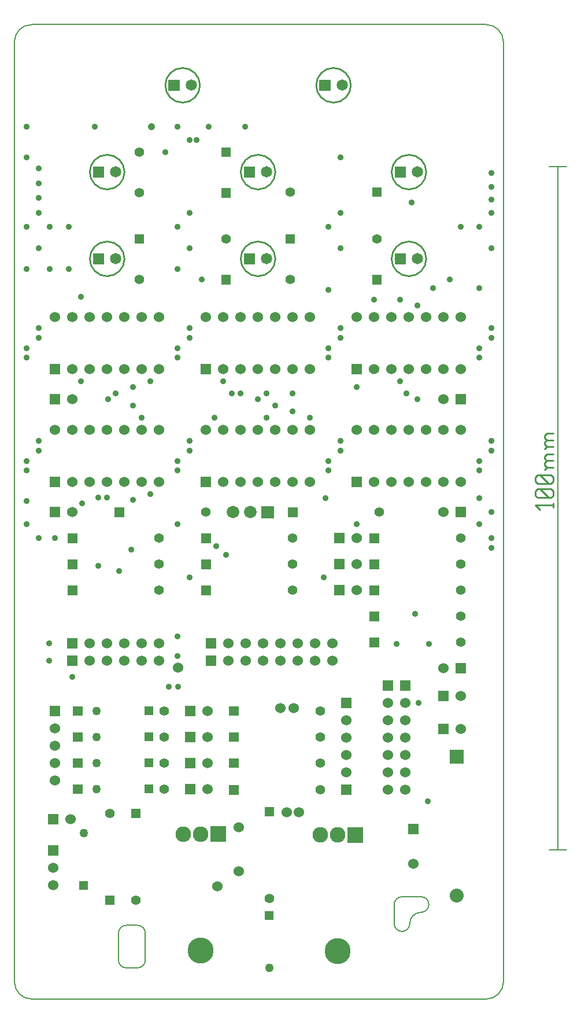
<source format=gbr>
G04 start of page 5 for group 9 idx 9 *
G04 Title: (unknown), box_meca *
G04 Creator: pcb 20091103 *
G04 CreationDate: Sun Jun 11 07:31:11 2023 UTC *
G04 For: bh *
G04 Format: Gerber/RS-274X *
G04 PCB-Dimensions: 370000 600000 *
G04 PCB-Coordinate-Origin: lower left *
%MOIN*%
%FSLAX25Y25*%
%LNGROUP9*%
%ADD11C,0.0200*%
%ADD15C,0.0100*%
%ADD17C,0.0550*%
%ADD18C,0.0650*%
%ADD19C,0.0600*%
%ADD20C,0.0720*%
%ADD21C,0.0500*%
%ADD22C,0.1500*%
%ADD23C,0.0900*%
%ADD24C,0.0800*%
%ADD25C,0.0360*%
%ADD26C,0.0410*%
%ADD27C,0.0300*%
%ADD28C,0.0430*%
%ADD29C,0.1220*%
%ADD30C,0.0280*%
%ADD31C,0.0420*%
%ADD32C,0.0380*%
%ADD33C,0.1300*%
%ADD34C,0.0350*%
%ADD35C,0.0060*%
%ADD36C,0.0102*%
G54D35*X336000Y505500D02*Y112000D01*
X331000Y505500D02*X341000D01*
X331000Y112000D02*X341000D01*
G54D15*X163000Y442500D02*G75*G02X153000Y452500I0J10000D01*G01*
G75*G02X163000Y462500I10000J0D01*G01*
X162998D02*G75*G02X173000Y452498I0J-10002D01*G01*
Y452499D02*G75*G02X163001Y442500I-9999J0D01*G01*
X250000D02*G75*G02X240000Y452500I0J10000D01*G01*
G75*G02X250000Y462500I10000J0D01*G01*
X249998D02*G75*G02X260000Y452498I0J-10002D01*G01*
Y452499D02*G75*G02X250001Y442500I-9999J0D01*G01*
X76000D02*G75*G02X66000Y452500I0J10000D01*G01*
G75*G02X76000Y462500I10000J0D01*G01*
X75998D02*G75*G02X86000Y452498I0J-10002D01*G01*
Y452499D02*G75*G02X76001Y442500I-9999J0D01*G01*
X76000Y492500D02*G75*G02X66000Y502500I0J10000D01*G01*
G75*G02X76000Y512500I10000J0D01*G01*
X75998D02*G75*G02X86000Y502498I0J-10002D01*G01*
Y502499D02*G75*G02X76001Y492500I-9999J0D01*G01*
X119500Y542500D02*G75*G02X109500Y552500I0J10000D01*G01*
G75*G02X119500Y562500I10000J0D01*G01*
X119498D02*G75*G02X129500Y552498I0J-10002D01*G01*
Y552499D02*G75*G02X119501Y542500I-9999J0D01*G01*
X250000Y492500D02*G75*G02X240000Y502500I0J10000D01*G01*
G75*G02X250000Y512500I10000J0D01*G01*
X249998D02*G75*G02X260000Y502498I0J-10002D01*G01*
Y502499D02*G75*G02X250001Y492500I-9999J0D01*G01*
X163000D02*G75*G02X153000Y502500I0J10000D01*G01*
G75*G02X163000Y512500I10000J0D01*G01*
X162998D02*G75*G02X173000Y502498I0J-10002D01*G01*
Y502499D02*G75*G02X163001Y492500I-9999J0D01*G01*
X206500Y542500D02*G75*G02X196500Y552500I0J10000D01*G01*
G75*G02X206500Y562500I10000J0D01*G01*
X206498D02*G75*G02X216500Y552498I0J-10002D01*G01*
Y552499D02*G75*G02X206501Y542500I-9999J0D01*G01*
G54D36*X333200Y311810D02*Y309270D01*
X323040Y310540D02*X333200D01*
X325580Y308000D02*X323040Y310540D01*
X331930Y314860D02*X333200Y316130D01*
X324310Y314860D02*X331930D01*
X324310D02*X323040Y316130D01*
Y318670D02*Y316130D01*
Y318670D02*X324310Y319940D01*
X331930D01*
X333200Y318670D02*X331930Y319940D01*
X333200Y318670D02*Y316130D01*
X330660Y314860D02*X325580Y319940D01*
X331930Y322991D02*X333200Y324261D01*
X324310Y322991D02*X331930D01*
X324310D02*X323040Y324261D01*
Y326801D02*Y324261D01*
Y326801D02*X324310Y328071D01*
X331930D01*
X333200Y326801D02*X331930Y328071D01*
X333200Y326801D02*Y324261D01*
X330660Y322991D02*X325580Y328071D01*
X329390Y332391D02*X333200D01*
X329390D02*X328120Y333661D01*
Y334931D02*Y333661D01*
Y334931D02*X329390Y336201D01*
X333200D01*
X329390D02*X328120Y337471D01*
Y338741D02*Y337471D01*
Y338741D02*X329390Y340011D01*
X333200D01*
X328120Y331121D02*X329390Y332391D01*
Y344332D02*X333200D01*
X329390D02*X328120Y345602D01*
Y346872D02*Y345602D01*
Y346872D02*X329390Y348142D01*
X333200D01*
X329390D02*X328120Y349412D01*
Y350682D02*Y349412D01*
Y350682D02*X329390Y351952D01*
X333200D01*
X328120Y343062D02*X329390Y344332D01*
G54D11*G36*
X228750Y493750D02*Y488250D01*
X234250D01*
Y493750D01*
X228750D01*
G37*
G54D17*X231500Y464000D03*
G54D11*G36*
X198250Y555750D02*Y549250D01*
X204750D01*
Y555750D01*
X198250D01*
G37*
G54D18*X211500Y552500D03*
G54D11*G36*
X241750Y505750D02*Y499250D01*
X248250D01*
Y505750D01*
X241750D01*
G37*
G54D18*X255000Y502500D03*
G54D11*G36*
X241750Y455750D02*Y449250D01*
X248250D01*
Y455750D01*
X241750D01*
G37*
G54D18*X255000Y452500D03*
G54D17*X181500Y491000D03*
Y440500D03*
G54D11*G36*
X178750Y466750D02*Y461250D01*
X184250D01*
Y466750D01*
X178750D01*
G37*
G36*
X141750Y516750D02*Y511250D01*
X147250D01*
Y516750D01*
X141750D01*
G37*
G54D17*X144500Y464000D03*
G54D11*G36*
X141750Y443250D02*Y437750D01*
X147250D01*
Y443250D01*
X141750D01*
G37*
G36*
Y493250D02*Y487750D01*
X147250D01*
Y493250D01*
X141750D01*
G37*
G54D17*X94500Y514000D03*
G54D11*G36*
X91750Y466750D02*Y461250D01*
X97250D01*
Y466750D01*
X91750D01*
G37*
G54D17*X94500Y440500D03*
Y490500D03*
G54D11*G36*
X111250Y555750D02*Y549250D01*
X117750D01*
Y555750D01*
X111250D01*
G37*
G54D18*X124500Y552500D03*
G54D11*G36*
X154750Y455750D02*Y449250D01*
X161250D01*
Y455750D01*
X154750D01*
G37*
G36*
Y505750D02*Y499250D01*
X161250D01*
Y505750D01*
X154750D01*
G37*
G54D18*X168000Y452500D03*
Y502500D03*
G54D11*G36*
X67750Y455750D02*Y449250D01*
X74250D01*
Y455750D01*
X67750D01*
G37*
G54D18*X81000Y452500D03*
G54D11*G36*
X67750Y505750D02*Y499250D01*
X74250D01*
Y505750D01*
X67750D01*
G37*
G54D18*X81000Y502500D03*
G54D19*X250000Y354000D03*
X240000D03*
X230000D03*
X220000D03*
X173000Y324000D03*
G54D11*G36*
X164900Y310100D02*Y302900D01*
X172100D01*
Y310100D01*
X164900D01*
G37*
G54D20*X158500Y306500D03*
X148500D03*
G54D19*X183000Y324000D03*
G54D11*G36*
X180250Y309250D02*Y303750D01*
X185750D01*
Y309250D01*
X180250D01*
G37*
G54D19*X193000Y324000D03*
Y354000D03*
X183000D03*
X173000D03*
X250000Y324000D03*
X260000D03*
X270000D03*
X280000D03*
G54D11*G36*
X217000Y327000D02*Y321000D01*
X223000D01*
Y327000D01*
X217000D01*
G37*
G54D19*X230000Y324000D03*
X240000D03*
X280000Y354000D03*
X270000D03*
X260000D03*
G54D11*G36*
X277000Y374500D02*Y368500D01*
X283000D01*
Y374500D01*
X277000D01*
G37*
G54D19*X270000Y371500D03*
G54D11*G36*
X130000Y327000D02*Y321000D01*
X136000D01*
Y327000D01*
X130000D01*
G37*
G54D19*X143000Y324000D03*
X153000D03*
X163000D03*
Y354000D03*
Y389000D03*
X173000D03*
X183000D03*
X153000Y354000D03*
Y389000D03*
X193000D03*
X240000D03*
Y419000D03*
X250000Y389000D03*
Y419000D03*
X260000Y389000D03*
Y419000D03*
X270000Y389000D03*
Y419000D03*
X280000Y389000D03*
Y419000D03*
G54D11*G36*
X228750Y443250D02*Y437750D01*
X234250D01*
Y443250D01*
X228750D01*
G37*
G36*
X217000Y392000D02*Y386000D01*
X223000D01*
Y392000D01*
X217000D01*
G37*
G54D19*X230000Y389000D03*
Y419000D03*
X220000D03*
X193000D03*
G54D11*G36*
X207000Y294500D02*Y288500D01*
X213000D01*
Y294500D01*
X207000D01*
G37*
G54D19*X220000Y291500D03*
G54D17*X233000Y306500D03*
G54D11*G36*
X227250Y279250D02*Y273750D01*
X232750D01*
Y279250D01*
X227250D01*
G37*
G54D17*X280000Y276500D03*
Y291500D03*
G54D11*G36*
X277000Y309500D02*Y303500D01*
X283000D01*
Y309500D01*
X277000D01*
G37*
G36*
X43000Y374500D02*Y368500D01*
X49000D01*
Y374500D01*
X43000D01*
G37*
G54D19*X56000Y371500D03*
G54D11*G36*
X43000Y392000D02*Y386000D01*
X49000D01*
Y392000D01*
X43000D01*
G37*
G36*
Y327000D02*Y321000D01*
X49000D01*
Y327000D01*
X43000D01*
G37*
G54D19*X46000Y354000D03*
G54D11*G36*
X43000Y309500D02*Y303500D01*
X49000D01*
Y309500D01*
X43000D01*
G37*
G54D19*X56000Y389000D03*
Y324000D03*
Y354000D03*
X66000Y389000D03*
Y324000D03*
Y354000D03*
G54D11*G36*
X53250Y264250D02*Y258750D01*
X58750D01*
Y264250D01*
X53250D01*
G37*
G36*
Y279250D02*Y273750D01*
X58750D01*
Y279250D01*
X53250D01*
G37*
G36*
Y294250D02*Y288750D01*
X58750D01*
Y294250D01*
X53250D01*
G37*
G54D19*X56000Y306500D03*
X143000Y354000D03*
Y389000D03*
Y419000D03*
X133000Y354000D03*
G54D11*G36*
X130000Y392000D02*Y386000D01*
X136000D01*
Y392000D01*
X130000D01*
G37*
G54D19*X133000Y419000D03*
X183000D03*
X173000D03*
X163000D03*
X153000D03*
X106000D03*
X86000Y354000D03*
X76000D03*
X96000Y419000D03*
X86000D03*
X76000D03*
X66000D03*
X56000D03*
X46000D03*
X76000Y389000D03*
X86000D03*
X96000D03*
X106000D03*
X76000Y324000D03*
X86000D03*
X96000D03*
X106000D03*
Y354000D03*
X96000D03*
G54D17*X106000Y261500D03*
G54D11*G36*
X130250Y264250D02*Y258750D01*
X135750D01*
Y264250D01*
X130250D01*
G37*
G54D17*X106000Y276500D03*
G54D11*G36*
X130250Y279250D02*Y273750D01*
X135750D01*
Y279250D01*
X130250D01*
G37*
G54D17*X183000Y276500D03*
X106000Y291500D03*
G54D11*G36*
X80250Y309250D02*Y303750D01*
X85750D01*
Y309250D01*
X80250D01*
G37*
G54D17*X133000Y306500D03*
G54D11*G36*
X130250Y294250D02*Y288750D01*
X135750D01*
Y294250D01*
X130250D01*
G37*
G54D17*X183000Y261500D03*
G54D11*G36*
X227250Y264250D02*Y258750D01*
X232750D01*
Y264250D01*
X227250D01*
G37*
G54D17*X280000Y261500D03*
G54D11*G36*
X207000Y264500D02*Y258500D01*
X213000D01*
Y264500D01*
X207000D01*
G37*
G54D19*X220000Y261500D03*
G54D11*G36*
X207000Y279500D02*Y273500D01*
X213000D01*
Y279500D01*
X207000D01*
G37*
G54D19*X220000Y276500D03*
G54D11*G36*
X227250Y294250D02*Y288750D01*
X232750D01*
Y294250D01*
X227250D01*
G37*
G54D17*X183000Y291500D03*
G54D19*X270000Y306500D03*
G54D11*G36*
X211000Y199500D02*Y193500D01*
X217000D01*
Y199500D01*
X211000D01*
G37*
G36*
X267000Y203500D02*Y197500D01*
X273000D01*
Y203500D01*
X267000D01*
G37*
G54D19*X280000Y200500D03*
X238000Y196500D03*
X248000D03*
X214000Y186500D03*
G54D11*G36*
X227250Y234250D02*Y228750D01*
X232750D01*
Y234250D01*
X227250D01*
G37*
G54D19*X214000Y186500D03*
G54D11*G36*
X227250Y249250D02*Y243750D01*
X232750D01*
Y249250D01*
X227250D01*
G37*
G36*
X277000Y219500D02*Y213500D01*
X283000D01*
Y219500D01*
X277000D01*
G37*
G54D19*X270000Y216500D03*
G54D17*X280000Y231500D03*
Y246500D03*
G54D11*G36*
X235000Y209500D02*Y203500D01*
X241000D01*
Y209500D01*
X235000D01*
G37*
G36*
X245000D02*Y203500D01*
X251000D01*
Y209500D01*
X245000D01*
G37*
G54D19*X206000Y221000D03*
X196000Y231000D03*
X206000D03*
X214000Y176500D03*
G54D17*X199000Y192000D03*
Y177000D03*
G54D19*X214000Y176500D03*
G54D17*X199000Y162000D03*
Y146500D03*
G54D19*X238000Y176500D03*
Y166500D03*
Y156500D03*
Y146500D03*
X214000Y166500D03*
Y156500D03*
G54D11*G36*
X211000Y149500D02*Y143500D01*
X217000D01*
Y149500D01*
X211000D01*
G37*
G54D19*X214000Y156500D03*
Y166500D03*
X248000D03*
Y156500D03*
Y146500D03*
G54D11*G36*
X166750Y136750D02*Y131250D01*
X172250D01*
Y136750D01*
X166750D01*
G37*
G54D17*X169500Y84000D03*
G54D11*G36*
X146250Y149250D02*Y143750D01*
X151750D01*
Y149250D01*
X146250D01*
G37*
G36*
X167000Y76500D02*Y71500D01*
X172000D01*
Y76500D01*
X167000D01*
G37*
G54D21*X169500Y44000D03*
G54D22*X209000Y53500D03*
G54D11*G36*
X214500Y125000D02*Y116000D01*
X223500D01*
Y125000D01*
X214500D01*
G37*
G54D23*X209000Y120500D03*
X199000D03*
G54D11*G36*
X249500Y127000D02*Y121000D01*
X255500D01*
Y127000D01*
X249500D01*
G37*
G54D19*X252500Y104000D03*
G54D24*X277500Y85500D03*
G54D19*X238000Y186500D03*
X248000D03*
Y176500D03*
G54D11*G36*
X267000Y184500D02*Y178500D01*
X273000D01*
Y184500D01*
X267000D01*
G37*
G54D19*X280000Y181500D03*
G54D11*G36*
X273500Y169500D02*Y161500D01*
X281500D01*
Y169500D01*
X273500D01*
G37*
G36*
X121000Y195000D02*Y189000D01*
X127000D01*
Y195000D01*
X121000D01*
G37*
G54D17*X109000Y192000D03*
Y177000D03*
G54D11*G36*
X121000Y180000D02*Y174000D01*
X127000D01*
Y180000D01*
X121000D01*
G37*
G54D19*X134000Y192000D03*
G54D11*G36*
X146250Y194750D02*Y189250D01*
X151750D01*
Y194750D01*
X146250D01*
G37*
G36*
Y179750D02*Y174250D01*
X151750D01*
Y179750D01*
X146250D01*
G37*
G36*
Y164750D02*Y159250D01*
X151750D01*
Y164750D01*
X146250D01*
G37*
G54D19*X134000Y162000D03*
Y177000D03*
G54D17*X109000Y147000D03*
G54D11*G36*
X121000Y150000D02*Y144000D01*
X127000D01*
Y150000D01*
X121000D01*
G37*
G54D19*X134000Y147000D03*
G54D17*X109000Y162000D03*
G54D11*G36*
X121000Y165000D02*Y159000D01*
X127000D01*
Y165000D01*
X121000D01*
G37*
G36*
X135500Y125500D02*Y116500D01*
X144500D01*
Y125500D01*
X135500D01*
G37*
G54D23*X130000Y121000D03*
X120000D03*
G54D22*X130000Y54000D03*
G54D11*G36*
X42000Y114500D02*Y108500D01*
X48000D01*
Y114500D01*
X42000D01*
G37*
G54D19*X45000Y101500D03*
Y91500D03*
G54D11*G36*
X60000Y94000D02*Y89000D01*
X65000D01*
Y94000D01*
X60000D01*
G37*
G54D21*X62500Y121500D03*
G54D11*G36*
X53000Y234000D02*Y228000D01*
X59000D01*
Y234000D01*
X53000D01*
G37*
G36*
Y224000D02*Y218000D01*
X59000D01*
Y224000D01*
X53000D01*
G37*
G54D19*X66000Y231000D03*
Y221000D03*
X76000Y231000D03*
Y221000D03*
G54D11*G36*
X74750Y85750D02*Y80250D01*
X80250D01*
Y85750D01*
X74750D01*
G37*
G54D17*X77500Y133000D03*
G54D19*X86000Y231000D03*
Y221000D03*
X96000D03*
X106000D03*
X96000Y231000D03*
X106000D03*
G54D11*G36*
X89750Y135750D02*Y130250D01*
X95250D01*
Y135750D01*
X89750D01*
G37*
G54D17*X92500Y83000D03*
G54D11*G36*
X97500Y164500D02*Y159500D01*
X102500D01*
Y164500D01*
X97500D01*
G37*
G36*
Y194500D02*Y189500D01*
X102500D01*
Y194500D01*
X97500D01*
G37*
G36*
Y179500D02*Y174500D01*
X102500D01*
Y179500D01*
X97500D01*
G37*
G36*
Y149500D02*Y144500D01*
X102500D01*
Y149500D01*
X97500D01*
G37*
G54D21*X70000Y147000D03*
G54D11*G36*
X56250Y149750D02*Y144250D01*
X61750D01*
Y149750D01*
X56250D01*
G37*
G54D21*X70000Y162000D03*
G54D11*G36*
X56250Y179750D02*Y174250D01*
X61750D01*
Y179750D01*
X56250D01*
G37*
G54D19*X46000Y182000D03*
Y172000D03*
G54D21*X70000Y177000D03*
G54D11*G36*
X56250Y164750D02*Y159250D01*
X61750D01*
Y164750D01*
X56250D01*
G37*
G54D19*X46000Y162000D03*
Y152000D03*
G54D11*G36*
X42000Y132500D02*Y126500D01*
X48000D01*
Y132500D01*
X42000D01*
G37*
G54D19*X55000Y129500D03*
G54D11*G36*
X56250Y194750D02*Y189250D01*
X61750D01*
Y194750D01*
X56250D01*
G37*
G36*
X43000Y195000D02*Y189000D01*
X49000D01*
Y195000D01*
X43000D01*
G37*
G54D21*X70000Y192000D03*
G54D11*G36*
X133000Y224000D02*Y218000D01*
X139000D01*
Y224000D01*
X133000D01*
G37*
G36*
Y234000D02*Y228000D01*
X139000D01*
Y234000D01*
X133000D01*
G37*
G54D19*X146000Y231000D03*
Y221000D03*
X156000D03*
X166000D03*
X176000D03*
X186000D03*
X196000D03*
X156000Y231000D03*
X166000D03*
X176000D03*
X186000D03*
G54D25*X173000Y368000D03*
X168000Y361000D03*
X163000Y371500D03*
X168000Y375000D03*
X153000D03*
X193000Y361000D03*
X183000Y364500D03*
Y375000D03*
X220000Y378500D03*
X251500Y485000D03*
X245000Y429000D03*
X230000D03*
X203500Y434500D03*
Y471000D03*
X210500Y458500D03*
Y511000D03*
Y479000D03*
X255000Y371500D03*
X245000Y382000D03*
X248500Y375000D03*
X210500Y342000D03*
Y347500D03*
X203500Y336000D03*
Y330500D03*
X202000Y314500D03*
X297500Y342000D03*
Y347500D03*
X290500Y336000D03*
Y330500D03*
X220000Y299500D03*
X210500Y412500D03*
X297500D03*
X210500Y407000D03*
X297500D03*
X203500Y401000D03*
X290500D03*
X203500Y395500D03*
X290500D03*
X255000Y425500D03*
X264000Y435500D03*
X273500Y440500D03*
X290500Y435500D03*
X297500Y458500D03*
X290500Y471000D03*
X297500Y502000D03*
Y486500D03*
Y479000D03*
X280000Y471000D03*
X297500Y494000D03*
X201000Y269000D03*
G54D19*X176000Y193500D03*
X183500D03*
X186500Y133500D03*
X179500D03*
X152000Y99500D03*
Y125000D03*
X139500Y91000D03*
G54D25*X290500Y299500D03*
Y314500D03*
X297500Y306500D03*
Y291500D03*
Y286000D03*
X253500Y248000D03*
X243000Y230500D03*
X261500D03*
X255500Y196500D03*
X261000Y140000D03*
X29500Y330500D03*
Y336000D03*
X36500Y347500D03*
Y342000D03*
X61000Y382000D03*
X61500Y311500D03*
X29500Y395500D03*
Y401000D03*
X36500Y407000D03*
X29500Y299500D03*
Y313000D03*
X36500Y291500D03*
X46000D03*
X42500Y231000D03*
Y221000D03*
X56000Y211500D03*
X36500Y412500D03*
X61000Y430500D03*
X29500Y471000D03*
X36500Y458500D03*
X43000Y471000D03*
X36500Y479000D03*
Y487500D03*
Y504500D03*
X29500Y511000D03*
X36500Y496000D03*
X69000Y528500D03*
X29500D03*
Y446500D03*
X54000Y471000D03*
X43000Y446500D03*
X54000D03*
X148000Y375000D03*
X138000Y361000D03*
X143000Y382000D03*
X123500Y412500D03*
Y407000D03*
X116500Y401000D03*
Y395500D03*
X123500Y342000D03*
Y347500D03*
X116500Y336000D03*
X91000Y378500D03*
X81000Y375000D03*
X101000Y382000D03*
X96000Y361000D03*
X91000Y368000D03*
X76500Y371500D03*
X123500Y458500D03*
X116500Y446500D03*
Y471000D03*
X123500Y479000D03*
X130500Y440500D03*
X127500Y521000D03*
X123500D03*
X109500Y514000D03*
X116500Y528500D03*
X155500D03*
G54D26*X101500D03*
G54D25*X134500D03*
X101000Y317000D03*
X76000Y315000D03*
X91000Y313500D03*
X71000Y315000D03*
X116500Y330500D03*
Y299500D03*
X83000Y272500D03*
X71000Y275500D03*
X90000Y285000D03*
X139000Y287000D03*
X123500Y269000D03*
X144500Y282000D03*
X116500Y235000D03*
Y223500D03*
G54D19*X117000Y217000D03*
G54D25*Y206000D03*
X111500D03*
G54D27*G54D28*G54D29*G54D28*G54D27*G54D28*G54D29*G54D30*G54D31*G54D30*G54D27*G54D30*G54D27*G54D30*G54D27*G54D30*G54D27*G54D30*G54D27*G54D30*G54D27*G54D30*G54D27*G54D32*G54D27*G54D32*G54D27*G54D32*G54D27*G54D32*G54D27*G54D32*G54D27*G54D11*G54D33*G54D29*G54D19*G54D27*G54D21*G54D32*G54D21*G54D27*G54D19*G54D33*G54D29*G54D32*G54D11*G54D32*G54D27*G54D32*G54D27*G54D11*G54D27*G54D11*G54D27*G54D32*G54D11*G54D27*G54D32*G54D27*G54D32*G54D11*G54D32*G54D11*G54D34*G54D11*G54D34*G54D11*G54D35*X304500Y577500D02*Y36000D01*
X22500D02*Y577500D01*
X32500Y587500D02*X294500D01*
X82500Y64000D02*Y48500D01*
X32500Y26000D02*X294500D01*
X246000Y85000D02*X257000D01*
X241500Y80500D02*Y69500D01*
X87000Y68500D02*X93500D01*
X98000Y64000D02*Y48500D01*
X87000Y44000D02*X93500D01*
X22500Y36000D02*G75*G03X32500Y26000I10000J0D01*G01*
Y587500D02*G75*G03X22500Y577500I0J-10000D01*G01*
X294500Y587500D02*G75*G02X304500Y577500I0J-10000D01*G01*
X294500Y26000D02*G75*G03X304500Y36000I0J10000D01*G01*
X241500Y80500D02*G75*G02X246000Y85000I4500J0D01*G01*
Y65000D02*G75*G02X241500Y69500I0J4500D01*G01*
X250500D02*G75*G02X246000Y65000I-4500J0D01*G01*
X257000Y85000D02*G75*G02X261500Y80500I0J-4500D01*G01*
G75*G02X257000Y76000I-4500J0D01*G01*
G75*G03X250500Y69500I0J-6500D01*G01*
X93500Y68500D02*G75*G02X98000Y64000I0J-4500D01*G01*
X82500D02*G75*G02X87000Y68500I4500J0D01*G01*
Y44000D02*G75*G02X82500Y48500I0J4500D01*G01*
X98000D02*G75*G02X93500Y44000I-4500J0D01*G01*
M02*

</source>
